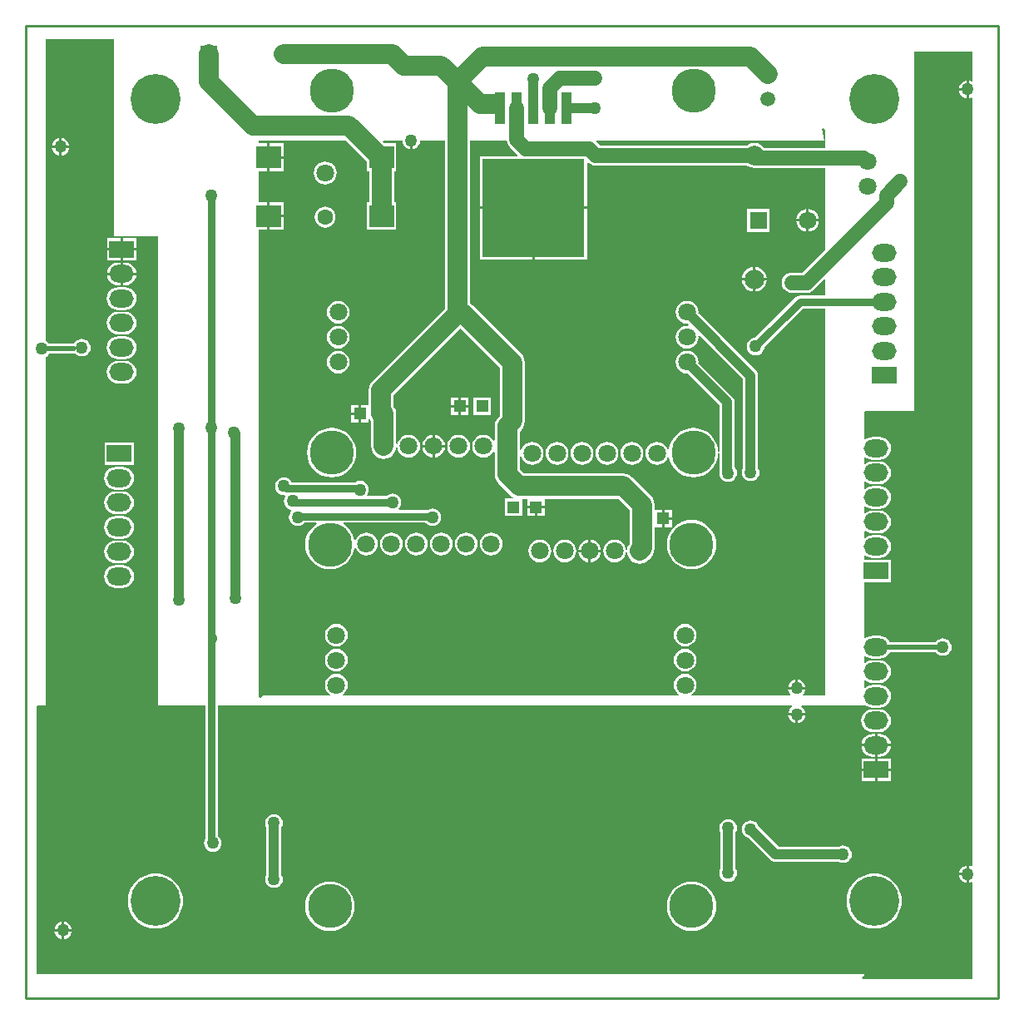
<source format=gbl>
G04*
G04 #@! TF.GenerationSoftware,Altium Limited,Altium Designer,20.0.10 (225)*
G04*
G04 Layer_Physical_Order=2*
G04 Layer_Color=16711680*
%FSLAX24Y24*%
%MOIN*%
G70*
G01*
G75*
%ADD10C,0.0100*%
%ADD19R,0.0500X0.0500*%
%ADD41C,0.0600*%
%ADD42C,0.0300*%
%ADD43C,0.0200*%
%ADD44C,0.0400*%
%ADD45R,0.0984X0.0709*%
%ADD46O,0.0984X0.0709*%
%ADD47C,0.0709*%
%ADD48C,0.0591*%
%ADD49C,0.0787*%
%ADD50R,0.0669X0.0669*%
%ADD51C,0.0669*%
%ADD52R,0.0709X0.0709*%
%ADD53C,0.1772*%
%ADD54C,0.2000*%
%ADD55C,0.0500*%
%ADD56C,0.0630*%
%ADD57R,0.0413X0.1260*%
%ADD58R,0.4114X0.3937*%
%ADD59R,0.0984X0.0906*%
%ADD60C,0.0800*%
G36*
X22850Y39400D02*
X22800Y39350D01*
X24600D01*
Y20550D01*
X26495D01*
Y15241D01*
X26497Y15230D01*
X26494Y15227D01*
X26459Y15141D01*
X26447Y15050D01*
X26459Y14959D01*
X26494Y14873D01*
X26550Y14800D01*
X26623Y14744D01*
X26709Y14709D01*
X26800Y14697D01*
X26891Y14709D01*
X26977Y14744D01*
X27050Y14800D01*
X27106Y14873D01*
X27141Y14959D01*
X27153Y15050D01*
X27141Y15141D01*
X27106Y15227D01*
X27050Y15300D01*
X27005Y15334D01*
Y20550D01*
X50002D01*
X50013Y20528D01*
X50016Y20500D01*
X49950Y20450D01*
X49894Y20377D01*
X49859Y20291D01*
X49854Y20250D01*
X50546D01*
X50541Y20291D01*
X50506Y20377D01*
X50450Y20450D01*
X50384Y20500D01*
X50387Y20528D01*
X50398Y20550D01*
X52900D01*
Y20564D01*
X52950Y20588D01*
X53017Y20537D01*
X53127Y20492D01*
X53246Y20476D01*
X53521D01*
X53640Y20492D01*
X53750Y20537D01*
X53767Y20550D01*
X53845Y20610D01*
X53918Y20705D01*
X53964Y20816D01*
X53980Y20934D01*
X53964Y21053D01*
X53918Y21163D01*
X53845Y21258D01*
X53750Y21331D01*
X53640Y21377D01*
X53521Y21393D01*
X53246D01*
X53127Y21377D01*
X53017Y21331D01*
X52950Y21280D01*
X52900Y21305D01*
Y21548D01*
X52950Y21573D01*
X53017Y21522D01*
X53127Y21476D01*
X53246Y21460D01*
X53521D01*
X53640Y21476D01*
X53750Y21522D01*
X53845Y21594D01*
X53918Y21689D01*
X53964Y21800D01*
X53980Y21918D01*
X53964Y22037D01*
X53918Y22148D01*
X53845Y22243D01*
X53750Y22315D01*
X53640Y22361D01*
X53521Y22377D01*
X53246D01*
X53127Y22361D01*
X53017Y22315D01*
X52950Y22264D01*
X52900Y22289D01*
Y22532D01*
X52950Y22557D01*
X53017Y22506D01*
X53127Y22460D01*
X53246Y22445D01*
X53521D01*
X53640Y22460D01*
X53750Y22506D01*
X53845Y22579D01*
X53918Y22674D01*
X53928Y22697D01*
X55764D01*
X55800Y22650D01*
X55873Y22594D01*
X55959Y22559D01*
X56050Y22547D01*
X56141Y22559D01*
X56227Y22594D01*
X56300Y22650D01*
X56356Y22723D01*
X56391Y22809D01*
X56403Y22900D01*
X56391Y22991D01*
X56356Y23077D01*
X56300Y23150D01*
X56227Y23206D01*
X56141Y23241D01*
X56050Y23253D01*
X55959Y23241D01*
X55873Y23206D01*
X55800Y23150D01*
X55766Y23105D01*
X53929D01*
X53918Y23132D01*
X53845Y23227D01*
X53750Y23300D01*
X53640Y23345D01*
X53521Y23361D01*
X53246D01*
X53127Y23345D01*
X53017Y23300D01*
X52950Y23249D01*
X52900Y23273D01*
Y25493D01*
X53976D01*
Y26402D01*
X52900D01*
Y26561D01*
X52950Y26586D01*
X53017Y26535D01*
X53127Y26489D01*
X53246Y26473D01*
X53521D01*
X53640Y26489D01*
X53750Y26535D01*
X53845Y26607D01*
X53918Y26702D01*
X53964Y26813D01*
X53980Y26932D01*
X53964Y27050D01*
X53918Y27161D01*
X53845Y27256D01*
X53750Y27328D01*
X53640Y27374D01*
X53521Y27390D01*
X53246D01*
X53127Y27374D01*
X53017Y27328D01*
X52950Y27277D01*
X52900Y27302D01*
Y27545D01*
X52950Y27570D01*
X53017Y27519D01*
X53127Y27473D01*
X53246Y27457D01*
X53521D01*
X53640Y27473D01*
X53750Y27519D01*
X53845Y27592D01*
X53918Y27687D01*
X53964Y27797D01*
X53980Y27916D01*
X53964Y28034D01*
X53918Y28145D01*
X53845Y28240D01*
X53750Y28313D01*
X53640Y28358D01*
X53521Y28374D01*
X53246D01*
X53127Y28358D01*
X53017Y28313D01*
X52950Y28262D01*
X52900Y28286D01*
Y28530D01*
X52950Y28554D01*
X53017Y28503D01*
X53127Y28457D01*
X53246Y28442D01*
X53521D01*
X53640Y28457D01*
X53750Y28503D01*
X53845Y28576D01*
X53918Y28671D01*
X53964Y28781D01*
X53980Y28900D01*
X53964Y29019D01*
X53918Y29129D01*
X53845Y29224D01*
X53750Y29297D01*
X53640Y29343D01*
X53521Y29358D01*
X53246D01*
X53127Y29343D01*
X53017Y29297D01*
X52950Y29246D01*
X52900Y29270D01*
Y29514D01*
X52950Y29538D01*
X53017Y29487D01*
X53127Y29442D01*
X53246Y29426D01*
X53521D01*
X53640Y29442D01*
X53750Y29487D01*
X53845Y29560D01*
X53918Y29655D01*
X53964Y29766D01*
X53980Y29884D01*
X53964Y30003D01*
X53918Y30113D01*
X53845Y30208D01*
X53750Y30281D01*
X53640Y30327D01*
X53521Y30343D01*
X53246D01*
X53127Y30327D01*
X53017Y30281D01*
X52950Y30230D01*
X52900Y30255D01*
Y30498D01*
X52950Y30523D01*
X53017Y30472D01*
X53127Y30426D01*
X53246Y30410D01*
X53521D01*
X53640Y30426D01*
X53750Y30472D01*
X53845Y30544D01*
X53918Y30639D01*
X53964Y30750D01*
X53980Y30868D01*
X53964Y30987D01*
X53918Y31098D01*
X53845Y31193D01*
X53750Y31265D01*
X53640Y31311D01*
X53521Y31327D01*
X53246D01*
X53127Y31311D01*
X53017Y31265D01*
X52950Y31214D01*
X52900Y31239D01*
Y32300D01*
X52950Y32350D01*
X54900D01*
Y46750D01*
X57235D01*
X57254Y46704D01*
X57244Y46694D01*
Y45602D01*
X57194Y45569D01*
X57141Y45591D01*
X57100Y45596D01*
Y45250D01*
Y44904D01*
X57141Y44909D01*
X57194Y44931D01*
X57244Y44898D01*
Y14152D01*
X57194Y14119D01*
X57141Y14141D01*
X57100Y14146D01*
Y13800D01*
Y13454D01*
X57141Y13459D01*
X57194Y13481D01*
X57244Y13448D01*
Y9609D01*
X52824D01*
X52805Y9655D01*
X52900Y9750D01*
Y9800D01*
X19750D01*
Y20535D01*
X19796Y20554D01*
X19800Y20550D01*
X20100D01*
Y34533D01*
X20127Y34544D01*
X20200Y34600D01*
X20254Y34671D01*
X21250D01*
X21280Y34677D01*
X21300Y34650D01*
X21373Y34594D01*
X21459Y34559D01*
X21550Y34547D01*
X21641Y34559D01*
X21727Y34594D01*
X21800Y34650D01*
X21856Y34723D01*
X21891Y34809D01*
X21903Y34900D01*
X21891Y34991D01*
X21856Y35077D01*
X21800Y35150D01*
X21727Y35206D01*
X21641Y35241D01*
X21550Y35253D01*
X21459Y35241D01*
X21373Y35206D01*
X21300Y35150D01*
X21246Y35079D01*
X20216D01*
X20200Y35100D01*
X20127Y35156D01*
X20100Y35167D01*
Y47250D01*
X22850D01*
Y39400D01*
D02*
G37*
G36*
X51350Y43600D02*
Y42903D01*
X48889D01*
X48852Y42952D01*
X48749Y43031D01*
X48629Y43081D01*
X48500Y43098D01*
X48371Y43081D01*
X48251Y43031D01*
X48215Y43003D01*
X42308D01*
X42162Y43150D01*
X42164Y43172D01*
X42174Y43200D01*
X51300D01*
X51215Y43668D01*
X51259Y43691D01*
X51350Y43600D01*
D02*
G37*
G36*
X38591Y43116D02*
X38631Y43018D01*
X38695Y42935D01*
X39012Y42618D01*
X38991Y42568D01*
X37493D01*
Y40550D01*
X39650D01*
X41807D01*
Y42298D01*
X41839Y42311D01*
X41857Y42314D01*
X41940Y42251D01*
X42037Y42210D01*
X42141Y42197D01*
X42141Y42197D01*
X48215D01*
X48251Y42169D01*
X48371Y42119D01*
X48500Y42102D01*
X48554Y42109D01*
X48651Y42097D01*
X51350D01*
Y38821D01*
X50433Y37903D01*
X50000D01*
X49896Y37890D01*
X49798Y37849D01*
X49715Y37785D01*
X49651Y37702D01*
X49610Y37604D01*
X49597Y37500D01*
X49610Y37396D01*
X49651Y37298D01*
X49715Y37215D01*
X49798Y37151D01*
X49896Y37110D01*
X50000Y37097D01*
X50600D01*
X50600Y37097D01*
X50704Y37110D01*
X50802Y37151D01*
X50885Y37215D01*
X51304Y37633D01*
X51350Y37614D01*
Y36989D01*
X50334D01*
X50237Y36970D01*
X50154Y36914D01*
X48541Y35302D01*
X48459Y35291D01*
X48373Y35256D01*
X48300Y35200D01*
X48244Y35127D01*
X48209Y35041D01*
X48197Y34950D01*
X48209Y34859D01*
X48244Y34773D01*
X48300Y34700D01*
X48373Y34644D01*
X48459Y34609D01*
X48550Y34597D01*
X48641Y34609D01*
X48727Y34644D01*
X48800Y34700D01*
X48856Y34773D01*
X48891Y34859D01*
X48902Y34941D01*
X50440Y36479D01*
X51350D01*
Y20950D01*
X50462D01*
X50446Y20997D01*
X50450Y21000D01*
X50506Y21073D01*
X50541Y21159D01*
X50546Y21200D01*
X49854D01*
X49859Y21159D01*
X49894Y21073D01*
X49950Y21000D01*
X49954Y20997D01*
X49938Y20950D01*
X45995D01*
X45978Y21000D01*
X46051Y21056D01*
X46124Y21151D01*
X46169Y21261D01*
X46185Y21380D01*
X46169Y21499D01*
X46124Y21609D01*
X46051Y21704D01*
X45956Y21777D01*
X45845Y21823D01*
X45727Y21838D01*
X45608Y21823D01*
X45498Y21777D01*
X45403Y21704D01*
X45330Y21609D01*
X45284Y21499D01*
X45269Y21380D01*
X45284Y21261D01*
X45330Y21151D01*
X45403Y21056D01*
X45476Y21000D01*
X45459Y20950D01*
X32019D01*
X32002Y21000D01*
X32074Y21056D01*
X32147Y21151D01*
X32193Y21261D01*
X32209Y21380D01*
X32193Y21499D01*
X32147Y21609D01*
X32074Y21704D01*
X31980Y21777D01*
X31869Y21823D01*
X31750Y21838D01*
X31632Y21823D01*
X31521Y21777D01*
X31426Y21704D01*
X31354Y21609D01*
X31308Y21499D01*
X31292Y21380D01*
X31308Y21261D01*
X31354Y21151D01*
X31426Y21056D01*
X31499Y21000D01*
X31482Y20950D01*
X28800D01*
X28700Y20850D01*
X28650Y20900D01*
Y39615D01*
X28986D01*
Y40168D01*
Y40720D01*
X28650D01*
Y41977D01*
X28986D01*
Y42530D01*
Y43083D01*
X28650D01*
Y43200D01*
X32141D01*
X32972Y42369D01*
Y41977D01*
X33059D01*
Y40720D01*
X32972D01*
Y39615D01*
X34156D01*
Y40720D01*
X34068D01*
Y41977D01*
X34156D01*
Y43083D01*
X33685D01*
X33614Y43154D01*
X33633Y43200D01*
X34397D01*
X34409Y43109D01*
X34444Y43023D01*
X34500Y42950D01*
X34573Y42894D01*
X34659Y42859D01*
X34700Y42854D01*
Y43200D01*
X34800D01*
Y42854D01*
X34841Y42859D01*
X34927Y42894D01*
X35000Y42950D01*
X35056Y43023D01*
X35091Y43109D01*
X35103Y43200D01*
X36096D01*
Y36459D01*
X33193Y33557D01*
X33113Y33452D01*
X33063Y33331D01*
X33046Y33200D01*
Y32600D01*
X32750D01*
Y32250D01*
Y31900D01*
X33050D01*
Y32020D01*
X33100Y32030D01*
X33113Y31998D01*
X33146Y31956D01*
Y30950D01*
X33163Y30819D01*
X33213Y30698D01*
X33293Y30593D01*
X33398Y30513D01*
X33519Y30463D01*
X33650Y30446D01*
X33781Y30463D01*
X33902Y30513D01*
X34007Y30593D01*
X34087Y30698D01*
X34137Y30819D01*
X34148Y30901D01*
X34198D01*
X34207Y30831D01*
X34253Y30721D01*
X34326Y30626D01*
X34421Y30553D01*
X34531Y30507D01*
X34650Y30492D01*
X34769Y30507D01*
X34879Y30553D01*
X34974Y30626D01*
X35047Y30721D01*
X35093Y30831D01*
X35108Y30950D01*
X35093Y31069D01*
X35047Y31179D01*
X34974Y31274D01*
X34879Y31347D01*
X34769Y31393D01*
X34650Y31408D01*
X34531Y31393D01*
X34421Y31347D01*
X34326Y31274D01*
X34253Y31179D01*
X34207Y31069D01*
X34204Y31045D01*
X34154Y31049D01*
Y32250D01*
X34137Y32381D01*
X34087Y32502D01*
X34054Y32544D01*
Y32991D01*
X36725Y35662D01*
X38296Y34091D01*
Y32159D01*
X38243Y32107D01*
X38163Y32002D01*
X38113Y31881D01*
X38096Y31750D01*
Y31192D01*
X38051Y31180D01*
X38046Y31181D01*
X37974Y31274D01*
X37879Y31347D01*
X37769Y31393D01*
X37650Y31408D01*
X37531Y31393D01*
X37421Y31347D01*
X37326Y31274D01*
X37253Y31179D01*
X37207Y31069D01*
X37192Y30950D01*
X37207Y30831D01*
X37253Y30721D01*
X37326Y30626D01*
X37421Y30553D01*
X37531Y30507D01*
X37650Y30492D01*
X37769Y30507D01*
X37879Y30553D01*
X37974Y30626D01*
X38046Y30719D01*
X38051Y30720D01*
X38096Y30708D01*
Y29819D01*
X38113Y29688D01*
X38163Y29566D01*
X38243Y29462D01*
X38712Y28993D01*
X38816Y28913D01*
X38843Y28902D01*
X38836Y28851D01*
X38827Y28850D01*
X38500D01*
Y28523D01*
X38497Y28500D01*
X38500Y28477D01*
Y28150D01*
X38827D01*
X38850Y28147D01*
X38873Y28150D01*
X39200D01*
Y28477D01*
X39203Y28500D01*
X39200Y28523D01*
Y28846D01*
X39400D01*
Y28550D01*
X39750D01*
X40100D01*
Y28846D01*
X43041D01*
X43496Y28391D01*
Y28050D01*
Y27044D01*
X43463Y27002D01*
X43413Y26881D01*
X43402Y26799D01*
X43352D01*
X43343Y26869D01*
X43297Y26979D01*
X43224Y27074D01*
X43129Y27147D01*
X43019Y27193D01*
X42900Y27208D01*
X42781Y27193D01*
X42671Y27147D01*
X42576Y27074D01*
X42503Y26979D01*
X42457Y26869D01*
X42442Y26750D01*
X42457Y26631D01*
X42503Y26521D01*
X42576Y26426D01*
X42671Y26353D01*
X42781Y26307D01*
X42900Y26292D01*
X43019Y26307D01*
X43129Y26353D01*
X43224Y26426D01*
X43297Y26521D01*
X43343Y26631D01*
X43352Y26701D01*
X43402D01*
X43413Y26619D01*
X43463Y26498D01*
X43543Y26393D01*
X43648Y26313D01*
X43769Y26263D01*
X43900Y26246D01*
X44031Y26263D01*
X44152Y26313D01*
X44257Y26393D01*
X44357Y26493D01*
X44437Y26598D01*
X44487Y26719D01*
X44504Y26850D01*
Y27700D01*
X44800D01*
Y28050D01*
Y28400D01*
X44504D01*
Y28600D01*
X44487Y28731D01*
X44437Y28852D01*
X44357Y28957D01*
X43607Y29707D01*
X43502Y29787D01*
X43381Y29837D01*
X43250Y29854D01*
X39278D01*
X39104Y30028D01*
Y30539D01*
X39152Y30548D01*
X39198Y30437D01*
X39271Y30343D01*
X39366Y30270D01*
X39476Y30224D01*
X39595Y30208D01*
X39713Y30224D01*
X39824Y30270D01*
X39919Y30343D01*
X39992Y30437D01*
X40038Y30548D01*
X40053Y30667D01*
X40038Y30785D01*
X39992Y30896D01*
X39919Y30991D01*
X39824Y31063D01*
X39713Y31109D01*
X39595Y31125D01*
X39476Y31109D01*
X39366Y31063D01*
X39271Y30991D01*
X39198Y30896D01*
X39152Y30785D01*
X39104Y30795D01*
Y31541D01*
X39157Y31593D01*
X39237Y31698D01*
X39287Y31819D01*
X39304Y31950D01*
Y34300D01*
X39287Y34431D01*
X39237Y34552D01*
X39157Y34657D01*
X37207Y36607D01*
X37104Y36685D01*
Y43200D01*
X38580D01*
X38591Y43116D01*
D02*
G37*
%LPC*%
G36*
X57000Y45596D02*
X56959Y45591D01*
X56873Y45556D01*
X56800Y45500D01*
X56744Y45427D01*
X56709Y45341D01*
X56704Y45300D01*
X57000D01*
Y45596D01*
D02*
G37*
G36*
Y45200D02*
X56704D01*
X56709Y45159D01*
X56744Y45073D01*
X56800Y45000D01*
X56873Y44944D01*
X56959Y44909D01*
X57000Y44904D01*
Y45200D01*
D02*
G37*
G36*
X20750Y43296D02*
Y43000D01*
X21046D01*
X21041Y43041D01*
X21006Y43127D01*
X20950Y43200D01*
X20877Y43256D01*
X20791Y43291D01*
X20750Y43296D01*
D02*
G37*
G36*
X20650D02*
X20609Y43291D01*
X20523Y43256D01*
X20450Y43200D01*
X20394Y43127D01*
X20359Y43041D01*
X20354Y43000D01*
X20650D01*
Y43296D01*
D02*
G37*
G36*
X21046Y42900D02*
X20750D01*
Y42604D01*
X20791Y42609D01*
X20877Y42644D01*
X20950Y42700D01*
X21006Y42773D01*
X21041Y42859D01*
X21046Y42900D01*
D02*
G37*
G36*
X20650D02*
X20354D01*
X20359Y42859D01*
X20394Y42773D01*
X20450Y42700D01*
X20523Y42644D01*
X20609Y42609D01*
X20650Y42604D01*
Y42900D01*
D02*
G37*
G36*
X23742Y39291D02*
X23200D01*
Y38887D01*
X23742D01*
Y39291D01*
D02*
G37*
G36*
X23100D02*
X22558D01*
Y38887D01*
X23100D01*
Y39291D01*
D02*
G37*
G36*
X23742Y38787D02*
X23200D01*
Y38383D01*
X23742D01*
Y38787D01*
D02*
G37*
G36*
X23100D02*
X22558D01*
Y38383D01*
X23100D01*
Y38787D01*
D02*
G37*
G36*
X23288Y38311D02*
X23200D01*
Y37903D01*
X23739D01*
X23730Y37971D01*
X23685Y38082D01*
X23612Y38177D01*
X23517Y38250D01*
X23406Y38295D01*
X23288Y38311D01*
D02*
G37*
G36*
X23100D02*
X23012D01*
X22894Y38295D01*
X22783Y38250D01*
X22688Y38177D01*
X22615Y38082D01*
X22570Y37971D01*
X22561Y37903D01*
X23100D01*
Y38311D01*
D02*
G37*
G36*
X23739Y37803D02*
X23200D01*
Y37395D01*
X23288D01*
X23406Y37410D01*
X23517Y37456D01*
X23612Y37529D01*
X23685Y37624D01*
X23730Y37734D01*
X23739Y37803D01*
D02*
G37*
G36*
X23100D02*
X22561D01*
X22570Y37734D01*
X22615Y37624D01*
X22688Y37529D01*
X22783Y37456D01*
X22894Y37410D01*
X23012Y37395D01*
X23100D01*
Y37803D01*
D02*
G37*
G36*
X23288Y37327D02*
X23012D01*
X22894Y37311D01*
X22783Y37265D01*
X22688Y37193D01*
X22615Y37098D01*
X22570Y36987D01*
X22554Y36869D01*
X22570Y36750D01*
X22615Y36639D01*
X22688Y36544D01*
X22783Y36472D01*
X22894Y36426D01*
X23012Y36410D01*
X23288D01*
X23406Y36426D01*
X23517Y36472D01*
X23612Y36544D01*
X23685Y36639D01*
X23730Y36750D01*
X23746Y36869D01*
X23730Y36987D01*
X23685Y37098D01*
X23612Y37193D01*
X23517Y37265D01*
X23406Y37311D01*
X23288Y37327D01*
D02*
G37*
G36*
Y36342D02*
X23012D01*
X22894Y36327D01*
X22783Y36281D01*
X22688Y36208D01*
X22615Y36113D01*
X22570Y36003D01*
X22554Y35884D01*
X22570Y35766D01*
X22615Y35655D01*
X22688Y35560D01*
X22783Y35487D01*
X22894Y35442D01*
X23012Y35426D01*
X23288D01*
X23406Y35442D01*
X23517Y35487D01*
X23612Y35560D01*
X23685Y35655D01*
X23730Y35766D01*
X23746Y35884D01*
X23730Y36003D01*
X23685Y36113D01*
X23612Y36208D01*
X23517Y36281D01*
X23406Y36327D01*
X23288Y36342D01*
D02*
G37*
G36*
Y35358D02*
X23012D01*
X22894Y35343D01*
X22783Y35297D01*
X22688Y35224D01*
X22615Y35129D01*
X22570Y35019D01*
X22554Y34900D01*
X22570Y34781D01*
X22615Y34671D01*
X22688Y34576D01*
X22783Y34503D01*
X22894Y34457D01*
X23012Y34442D01*
X23288D01*
X23406Y34457D01*
X23517Y34503D01*
X23612Y34576D01*
X23685Y34671D01*
X23730Y34781D01*
X23746Y34900D01*
X23730Y35019D01*
X23685Y35129D01*
X23612Y35224D01*
X23517Y35297D01*
X23406Y35343D01*
X23288Y35358D01*
D02*
G37*
G36*
Y34374D02*
X23012D01*
X22894Y34358D01*
X22783Y34313D01*
X22688Y34240D01*
X22615Y34145D01*
X22570Y34034D01*
X22554Y33916D01*
X22570Y33797D01*
X22615Y33687D01*
X22688Y33592D01*
X22783Y33519D01*
X22894Y33473D01*
X23012Y33458D01*
X23288D01*
X23406Y33473D01*
X23517Y33519D01*
X23612Y33592D01*
X23685Y33687D01*
X23730Y33797D01*
X23746Y33916D01*
X23730Y34034D01*
X23685Y34145D01*
X23612Y34240D01*
X23517Y34313D01*
X23406Y34358D01*
X23288Y34374D01*
D02*
G37*
G36*
X23642Y31107D02*
X22458D01*
Y30198D01*
X23642D01*
Y31107D01*
D02*
G37*
G36*
X23188Y30127D02*
X22912D01*
X22794Y30111D01*
X22683Y30065D01*
X22588Y29993D01*
X22515Y29898D01*
X22470Y29787D01*
X22454Y29669D01*
X22470Y29550D01*
X22515Y29439D01*
X22588Y29344D01*
X22683Y29272D01*
X22794Y29226D01*
X22912Y29210D01*
X23188D01*
X23306Y29226D01*
X23417Y29272D01*
X23512Y29344D01*
X23585Y29439D01*
X23630Y29550D01*
X23646Y29669D01*
X23630Y29787D01*
X23585Y29898D01*
X23512Y29993D01*
X23417Y30065D01*
X23306Y30111D01*
X23188Y30127D01*
D02*
G37*
G36*
Y29142D02*
X22912D01*
X22794Y29127D01*
X22683Y29081D01*
X22588Y29008D01*
X22515Y28913D01*
X22470Y28803D01*
X22454Y28684D01*
X22470Y28566D01*
X22515Y28455D01*
X22588Y28360D01*
X22683Y28287D01*
X22794Y28242D01*
X22912Y28226D01*
X23188D01*
X23306Y28242D01*
X23417Y28287D01*
X23512Y28360D01*
X23585Y28455D01*
X23630Y28566D01*
X23646Y28684D01*
X23630Y28803D01*
X23585Y28913D01*
X23512Y29008D01*
X23417Y29081D01*
X23306Y29127D01*
X23188Y29142D01*
D02*
G37*
G36*
Y28158D02*
X22912D01*
X22794Y28143D01*
X22683Y28097D01*
X22588Y28024D01*
X22515Y27929D01*
X22470Y27819D01*
X22454Y27700D01*
X22470Y27581D01*
X22515Y27471D01*
X22588Y27376D01*
X22683Y27303D01*
X22794Y27257D01*
X22912Y27242D01*
X23188D01*
X23306Y27257D01*
X23417Y27303D01*
X23512Y27376D01*
X23585Y27471D01*
X23630Y27581D01*
X23646Y27700D01*
X23630Y27819D01*
X23585Y27929D01*
X23512Y28024D01*
X23417Y28097D01*
X23306Y28143D01*
X23188Y28158D01*
D02*
G37*
G36*
Y27174D02*
X22912D01*
X22794Y27158D01*
X22683Y27113D01*
X22588Y27040D01*
X22515Y26945D01*
X22470Y26834D01*
X22454Y26716D01*
X22470Y26597D01*
X22515Y26487D01*
X22588Y26392D01*
X22683Y26319D01*
X22794Y26273D01*
X22912Y26258D01*
X23188D01*
X23306Y26273D01*
X23417Y26319D01*
X23512Y26392D01*
X23585Y26487D01*
X23630Y26597D01*
X23646Y26716D01*
X23630Y26834D01*
X23585Y26945D01*
X23512Y27040D01*
X23417Y27113D01*
X23306Y27158D01*
X23188Y27174D01*
D02*
G37*
G36*
Y26190D02*
X22912D01*
X22794Y26174D01*
X22683Y26128D01*
X22588Y26056D01*
X22515Y25961D01*
X22470Y25850D01*
X22454Y25731D01*
X22470Y25613D01*
X22515Y25502D01*
X22588Y25407D01*
X22683Y25335D01*
X22794Y25289D01*
X22912Y25273D01*
X23188D01*
X23306Y25289D01*
X23417Y25335D01*
X23512Y25407D01*
X23585Y25502D01*
X23630Y25613D01*
X23646Y25731D01*
X23630Y25850D01*
X23585Y25961D01*
X23512Y26056D01*
X23417Y26128D01*
X23306Y26174D01*
X23188Y26190D01*
D02*
G37*
G36*
X50546Y20150D02*
X50250D01*
Y19854D01*
X50291Y19859D01*
X50377Y19894D01*
X50450Y19950D01*
X50506Y20023D01*
X50541Y20109D01*
X50546Y20150D01*
D02*
G37*
G36*
X50150D02*
X49854D01*
X49859Y20109D01*
X49894Y20023D01*
X49950Y19950D01*
X50023Y19894D01*
X50109Y19859D01*
X50150Y19854D01*
Y20150D01*
D02*
G37*
G36*
X53521Y20408D02*
X53246D01*
X53127Y20393D01*
X53017Y20347D01*
X52950Y20296D01*
X52922Y20274D01*
X52849Y20179D01*
X52803Y20069D01*
X52787Y19950D01*
X52803Y19831D01*
X52849Y19721D01*
X52922Y19626D01*
X52950Y19604D01*
X53017Y19553D01*
X53127Y19507D01*
X53246Y19492D01*
X53521D01*
X53640Y19507D01*
X53750Y19553D01*
X53845Y19626D01*
X53918Y19721D01*
X53964Y19831D01*
X53980Y19950D01*
X53964Y20069D01*
X53918Y20179D01*
X53845Y20274D01*
X53750Y20347D01*
X53640Y20393D01*
X53521Y20408D01*
D02*
G37*
G36*
Y19424D02*
X53433D01*
Y19016D01*
X53973D01*
X53964Y19084D01*
X53918Y19195D01*
X53845Y19290D01*
X53750Y19363D01*
X53640Y19408D01*
X53521Y19424D01*
D02*
G37*
G36*
X53333D02*
X53246D01*
X53127Y19408D01*
X53017Y19363D01*
X52950Y19312D01*
X52922Y19290D01*
X52849Y19195D01*
X52803Y19084D01*
X52794Y19016D01*
X53333D01*
Y19084D01*
Y19424D01*
D02*
G37*
G36*
X53973Y18916D02*
X53433D01*
Y18507D01*
X53521D01*
X53640Y18523D01*
X53750Y18569D01*
X53845Y18642D01*
X53918Y18737D01*
X53964Y18847D01*
X53973Y18916D01*
D02*
G37*
G36*
X53333D02*
X52794D01*
X52803Y18847D01*
X52849Y18737D01*
X52922Y18642D01*
X52950Y18620D01*
X53017Y18569D01*
X53127Y18523D01*
X53246Y18507D01*
X53333D01*
Y18916D01*
D02*
G37*
G36*
X53976Y18436D02*
X53433D01*
Y18032D01*
X53976D01*
Y18436D01*
D02*
G37*
G36*
X53333D02*
X52791D01*
Y18032D01*
X53333D01*
Y18436D01*
D02*
G37*
G36*
X53976Y17931D02*
X53433D01*
Y17527D01*
X53976D01*
Y17931D01*
D02*
G37*
G36*
X53333D02*
X52791D01*
Y17527D01*
X53333D01*
Y17931D01*
D02*
G37*
G36*
X48350Y15953D02*
X48259Y15941D01*
X48173Y15906D01*
X48100Y15850D01*
X48044Y15777D01*
X48009Y15691D01*
X47997Y15600D01*
X48009Y15509D01*
X48044Y15423D01*
X48100Y15350D01*
X48173Y15294D01*
X48259Y15259D01*
X48264Y15258D01*
X49136Y14386D01*
X49136Y14386D01*
X49199Y14338D01*
X49272Y14308D01*
X49350Y14297D01*
X49350Y14297D01*
X51869D01*
X51873Y14294D01*
X51959Y14259D01*
X52050Y14247D01*
X52141Y14259D01*
X52227Y14294D01*
X52300Y14350D01*
X52356Y14423D01*
X52391Y14509D01*
X52403Y14600D01*
X52391Y14691D01*
X52356Y14777D01*
X52300Y14850D01*
X52227Y14906D01*
X52141Y14941D01*
X52050Y14953D01*
X51959Y14941D01*
X51873Y14906D01*
X51869Y14903D01*
X49475D01*
X48692Y15686D01*
X48691Y15691D01*
X48656Y15777D01*
X48600Y15850D01*
X48527Y15906D01*
X48441Y15941D01*
X48350Y15953D01*
D02*
G37*
G36*
X57000Y14146D02*
X56959Y14141D01*
X56873Y14106D01*
X56800Y14050D01*
X56744Y13977D01*
X56709Y13891D01*
X56704Y13850D01*
X57000D01*
Y14146D01*
D02*
G37*
G36*
X47450Y16003D02*
X47359Y15991D01*
X47273Y15956D01*
X47200Y15900D01*
X47144Y15827D01*
X47109Y15741D01*
X47097Y15650D01*
X47109Y15559D01*
X47144Y15473D01*
X47147Y15469D01*
Y14031D01*
X47144Y14027D01*
X47109Y13941D01*
X47097Y13850D01*
X47109Y13759D01*
X47144Y13673D01*
X47200Y13600D01*
X47273Y13544D01*
X47359Y13509D01*
X47450Y13497D01*
X47541Y13509D01*
X47627Y13544D01*
X47700Y13600D01*
X47756Y13673D01*
X47791Y13759D01*
X47803Y13850D01*
X47791Y13941D01*
X47756Y14027D01*
X47753Y14031D01*
Y15469D01*
X47756Y15473D01*
X47791Y15559D01*
X47803Y15650D01*
X47791Y15741D01*
X47756Y15827D01*
X47700Y15900D01*
X47627Y15956D01*
X47541Y15991D01*
X47450Y16003D01*
D02*
G37*
G36*
X57000Y13750D02*
X56704D01*
X56709Y13709D01*
X56744Y13623D01*
X56800Y13550D01*
X56873Y13494D01*
X56959Y13459D01*
X57000Y13454D01*
Y13750D01*
D02*
G37*
G36*
X29250Y16203D02*
X29159Y16191D01*
X29073Y16156D01*
X29000Y16100D01*
X28944Y16027D01*
X28909Y15941D01*
X28897Y15850D01*
X28909Y15759D01*
X28944Y15673D01*
X28947Y15669D01*
Y13781D01*
X28944Y13777D01*
X28909Y13691D01*
X28897Y13600D01*
X28909Y13509D01*
X28944Y13423D01*
X29000Y13350D01*
X29073Y13294D01*
X29159Y13259D01*
X29250Y13247D01*
X29341Y13259D01*
X29427Y13294D01*
X29500Y13350D01*
X29556Y13423D01*
X29591Y13509D01*
X29603Y13600D01*
X29591Y13691D01*
X29556Y13777D01*
X29553Y13781D01*
Y15669D01*
X29556Y15673D01*
X29591Y15759D01*
X29603Y15850D01*
X29591Y15941D01*
X29556Y16027D01*
X29500Y16100D01*
X29427Y16156D01*
X29341Y16191D01*
X29250Y16203D01*
D02*
G37*
G36*
X53300Y13828D02*
X53127Y13815D01*
X52959Y13774D01*
X52799Y13708D01*
X52651Y13618D01*
X52520Y13505D01*
X52407Y13374D01*
X52317Y13226D01*
X52251Y13066D01*
X52210Y12898D01*
X52197Y12725D01*
X52210Y12552D01*
X52251Y12384D01*
X52317Y12224D01*
X52407Y12076D01*
X52520Y11945D01*
X52651Y11832D01*
X52799Y11742D01*
X52942Y11683D01*
X52959Y11676D01*
X53127Y11635D01*
X53300Y11622D01*
X53473Y11635D01*
X53641Y11676D01*
X53801Y11742D01*
X53949Y11832D01*
X54080Y11945D01*
X54193Y12076D01*
X54283Y12224D01*
X54349Y12384D01*
X54390Y12552D01*
X54403Y12725D01*
X54390Y12898D01*
X54349Y13066D01*
X54283Y13226D01*
X54193Y13374D01*
X54080Y13505D01*
X53949Y13618D01*
X53801Y13708D01*
X53641Y13774D01*
X53473Y13815D01*
X53300Y13828D01*
D02*
G37*
G36*
X24500D02*
X24327Y13815D01*
X24159Y13774D01*
X23999Y13708D01*
X23851Y13618D01*
X23720Y13505D01*
X23607Y13374D01*
X23517Y13226D01*
X23451Y13066D01*
X23410Y12898D01*
X23397Y12725D01*
X23410Y12552D01*
X23451Y12384D01*
X23517Y12224D01*
X23607Y12076D01*
X23720Y11945D01*
X23851Y11832D01*
X23999Y11742D01*
X24159Y11676D01*
X24327Y11635D01*
X24500Y11622D01*
X24673Y11635D01*
X24841Y11676D01*
X25001Y11742D01*
X25149Y11832D01*
X25280Y11945D01*
X25393Y12076D01*
X25483Y12224D01*
X25549Y12384D01*
X25590Y12552D01*
X25603Y12725D01*
X25590Y12898D01*
X25549Y13066D01*
X25483Y13226D01*
X25393Y13374D01*
X25280Y13505D01*
X25149Y13618D01*
X25001Y13708D01*
X24841Y13774D01*
X24673Y13815D01*
X24500Y13828D01*
D02*
G37*
G36*
X20850Y11896D02*
Y11600D01*
X21146D01*
X21141Y11641D01*
X21106Y11727D01*
X21050Y11800D01*
X20977Y11856D01*
X20891Y11891D01*
X20850Y11896D01*
D02*
G37*
G36*
X20750D02*
X20709Y11891D01*
X20623Y11856D01*
X20550Y11800D01*
X20494Y11727D01*
X20459Y11641D01*
X20454Y11600D01*
X20750D01*
Y11896D01*
D02*
G37*
G36*
X45987Y13504D02*
X45793Y13485D01*
X45608Y13429D01*
X45436Y13337D01*
X45286Y13214D01*
X45163Y13064D01*
X45071Y12893D01*
X45015Y12707D01*
X44996Y12514D01*
X45015Y12321D01*
X45071Y12135D01*
X45163Y11963D01*
X45286Y11813D01*
X45436Y11690D01*
X45608Y11599D01*
X45793Y11542D01*
X45987Y11523D01*
X46180Y11542D01*
X46366Y11599D01*
X46537Y11690D01*
X46687Y11813D01*
X46810Y11963D01*
X46902Y12135D01*
X46958Y12321D01*
X46977Y12514D01*
X46958Y12707D01*
X46902Y12893D01*
X46810Y13064D01*
X46687Y13214D01*
X46537Y13337D01*
X46366Y13429D01*
X46180Y13485D01*
X45987Y13504D01*
D02*
G37*
G36*
X31491D02*
X31297Y13485D01*
X31111Y13429D01*
X30940Y13337D01*
X30790Y13214D01*
X30667Y13064D01*
X30575Y12893D01*
X30519Y12707D01*
X30500Y12514D01*
X30519Y12321D01*
X30575Y12135D01*
X30667Y11963D01*
X30790Y11813D01*
X30940Y11690D01*
X31111Y11599D01*
X31297Y11542D01*
X31491Y11523D01*
X31684Y11542D01*
X31870Y11599D01*
X32041Y11690D01*
X32191Y11813D01*
X32314Y11963D01*
X32406Y12135D01*
X32462Y12321D01*
X32481Y12514D01*
X32462Y12707D01*
X32406Y12893D01*
X32314Y13064D01*
X32191Y13214D01*
X32041Y13337D01*
X31870Y13429D01*
X31684Y13485D01*
X31491Y13504D01*
D02*
G37*
G36*
X21146Y11500D02*
X20850D01*
Y11204D01*
X20891Y11209D01*
X20977Y11244D01*
X21050Y11300D01*
X21106Y11373D01*
X21141Y11459D01*
X21146Y11500D01*
D02*
G37*
G36*
X20750D02*
X20454D01*
X20459Y11459D01*
X20494Y11373D01*
X20550Y11300D01*
X20623Y11244D01*
X20709Y11209D01*
X20750Y11204D01*
Y11500D01*
D02*
G37*
G36*
X29628Y43083D02*
X29086D01*
Y42580D01*
X29628D01*
Y43083D01*
D02*
G37*
G36*
Y42480D02*
X29086D01*
Y41977D01*
X29628D01*
Y42480D01*
D02*
G37*
G36*
X31300Y42358D02*
X31181Y42343D01*
X31071Y42297D01*
X30976Y42224D01*
X30903Y42129D01*
X30857Y42019D01*
X30842Y41900D01*
X30857Y41781D01*
X30903Y41671D01*
X30976Y41576D01*
X31071Y41503D01*
X31181Y41457D01*
X31300Y41442D01*
X31419Y41457D01*
X31529Y41503D01*
X31624Y41576D01*
X31697Y41671D01*
X31743Y41781D01*
X31758Y41900D01*
X31743Y42019D01*
X31697Y42129D01*
X31624Y42224D01*
X31529Y42297D01*
X31419Y42343D01*
X31300Y42358D01*
D02*
G37*
G36*
X29628Y40720D02*
X29086D01*
Y40218D01*
X29628D01*
Y40720D01*
D02*
G37*
G36*
X50684Y40452D02*
Y40050D01*
X51086D01*
X51077Y40119D01*
X51031Y40229D01*
X50958Y40324D01*
X50863Y40397D01*
X50753Y40443D01*
X50684Y40452D01*
D02*
G37*
G36*
X50584D02*
X50516Y40443D01*
X50405Y40397D01*
X50310Y40324D01*
X50237Y40229D01*
X50192Y40119D01*
X50183Y40050D01*
X50584D01*
Y40452D01*
D02*
G37*
G36*
X31300Y40547D02*
X31192Y40533D01*
X31091Y40491D01*
X31004Y40424D01*
X30938Y40338D01*
X30896Y40237D01*
X30881Y40128D01*
X30896Y40020D01*
X30938Y39919D01*
X31004Y39832D01*
X31091Y39766D01*
X31192Y39724D01*
X31300Y39710D01*
X31408Y39724D01*
X31509Y39766D01*
X31596Y39832D01*
X31662Y39919D01*
X31704Y40020D01*
X31719Y40128D01*
X31704Y40237D01*
X31662Y40338D01*
X31596Y40424D01*
X31509Y40491D01*
X31408Y40533D01*
X31300Y40547D01*
D02*
G37*
G36*
X29628Y40118D02*
X29086D01*
Y39615D01*
X29628D01*
Y40118D01*
D02*
G37*
G36*
X51086Y39950D02*
X50684D01*
Y39548D01*
X50753Y39557D01*
X50863Y39603D01*
X50958Y39676D01*
X51031Y39771D01*
X51077Y39881D01*
X51086Y39950D01*
D02*
G37*
G36*
X50584D02*
X50183D01*
X50192Y39881D01*
X50237Y39771D01*
X50310Y39676D01*
X50405Y39603D01*
X50516Y39557D01*
X50584Y39548D01*
Y39950D01*
D02*
G37*
G36*
X49120Y40454D02*
X48211D01*
Y39546D01*
X49120D01*
Y40454D01*
D02*
G37*
G36*
X41807Y40450D02*
X39700D01*
Y38431D01*
X41807D01*
Y40450D01*
D02*
G37*
G36*
X39600D02*
X37493D01*
Y38431D01*
X39600D01*
Y40450D01*
D02*
G37*
G36*
X48550Y38131D02*
Y37689D01*
X48991D01*
X48981Y37768D01*
X48931Y37888D01*
X48852Y37991D01*
X48749Y38071D01*
X48629Y38120D01*
X48550Y38131D01*
D02*
G37*
G36*
X48450D02*
X48371Y38120D01*
X48251Y38071D01*
X48148Y37991D01*
X48069Y37888D01*
X48019Y37768D01*
X48009Y37689D01*
X48450D01*
Y38131D01*
D02*
G37*
G36*
X48991Y37589D02*
X48550D01*
Y37148D01*
X48629Y37158D01*
X48749Y37208D01*
X48852Y37287D01*
X48931Y37390D01*
X48981Y37510D01*
X48991Y37589D01*
D02*
G37*
G36*
X48450D02*
X48009D01*
X48019Y37510D01*
X48069Y37390D01*
X48148Y37287D01*
X48251Y37208D01*
X48371Y37158D01*
X48450Y37148D01*
Y37589D01*
D02*
G37*
G36*
X31823Y36778D02*
X31705Y36763D01*
X31594Y36717D01*
X31499Y36644D01*
X31426Y36549D01*
X31381Y36439D01*
X31365Y36320D01*
X31381Y36201D01*
X31426Y36091D01*
X31499Y35996D01*
X31594Y35923D01*
X31705Y35877D01*
X31823Y35862D01*
X31942Y35877D01*
X32052Y35923D01*
X32147Y35996D01*
X32220Y36091D01*
X32266Y36201D01*
X32281Y36320D01*
X32266Y36439D01*
X32220Y36549D01*
X32147Y36644D01*
X32052Y36717D01*
X31942Y36763D01*
X31823Y36778D01*
D02*
G37*
G36*
X45800D02*
X45681Y36763D01*
X45570Y36717D01*
X45476Y36644D01*
X45403Y36549D01*
X45357Y36439D01*
X45341Y36320D01*
X45357Y36201D01*
X45403Y36091D01*
X45476Y35996D01*
X45570Y35923D01*
X45681Y35877D01*
X45800Y35862D01*
X45826Y35865D01*
X45873Y35819D01*
X45849Y35772D01*
X45800Y35778D01*
X45681Y35763D01*
X45570Y35717D01*
X45476Y35644D01*
X45403Y35549D01*
X45357Y35439D01*
X45341Y35320D01*
X45357Y35201D01*
X45403Y35091D01*
X45476Y34996D01*
X45570Y34923D01*
X45681Y34877D01*
X45800Y34862D01*
X45918Y34877D01*
X46029Y34923D01*
X46124Y34996D01*
X46196Y35091D01*
X46242Y35201D01*
X46258Y35320D01*
X46251Y35370D01*
X46299Y35393D01*
X48047Y33644D01*
Y30081D01*
X48044Y30077D01*
X48009Y29991D01*
X47997Y29900D01*
X48009Y29809D01*
X48044Y29723D01*
X48100Y29650D01*
X48173Y29594D01*
X48259Y29559D01*
X48350Y29547D01*
X48441Y29559D01*
X48527Y29594D01*
X48600Y29650D01*
X48656Y29723D01*
X48691Y29809D01*
X48703Y29900D01*
X48691Y29991D01*
X48656Y30077D01*
X48653Y30081D01*
Y33770D01*
X48642Y33848D01*
X48612Y33921D01*
X48564Y33984D01*
X46254Y36293D01*
X46258Y36320D01*
X46242Y36439D01*
X46196Y36549D01*
X46124Y36644D01*
X46029Y36717D01*
X45918Y36763D01*
X45800Y36778D01*
D02*
G37*
G36*
X31823Y35778D02*
X31705Y35763D01*
X31594Y35717D01*
X31499Y35644D01*
X31426Y35549D01*
X31381Y35439D01*
X31365Y35320D01*
X31381Y35201D01*
X31426Y35091D01*
X31499Y34996D01*
X31594Y34923D01*
X31705Y34877D01*
X31823Y34862D01*
X31942Y34877D01*
X32052Y34923D01*
X32147Y34996D01*
X32220Y35091D01*
X32266Y35201D01*
X32281Y35320D01*
X32266Y35439D01*
X32220Y35549D01*
X32147Y35644D01*
X32052Y35717D01*
X31942Y35763D01*
X31823Y35778D01*
D02*
G37*
G36*
Y34778D02*
X31705Y34763D01*
X31594Y34717D01*
X31499Y34644D01*
X31426Y34549D01*
X31381Y34439D01*
X31365Y34320D01*
X31381Y34201D01*
X31426Y34091D01*
X31499Y33996D01*
X31594Y33923D01*
X31705Y33877D01*
X31823Y33862D01*
X31942Y33877D01*
X32052Y33923D01*
X32147Y33996D01*
X32220Y34091D01*
X32266Y34201D01*
X32281Y34320D01*
X32266Y34439D01*
X32220Y34549D01*
X32147Y34644D01*
X32052Y34717D01*
X31942Y34763D01*
X31823Y34778D01*
D02*
G37*
G36*
X37050Y32900D02*
X36750D01*
Y32600D01*
X37050D01*
Y32900D01*
D02*
G37*
G36*
X36650D02*
X36350D01*
Y32600D01*
X36650D01*
Y32900D01*
D02*
G37*
G36*
X32650Y32600D02*
X32350D01*
Y32300D01*
X32650D01*
Y32600D01*
D02*
G37*
G36*
X37050Y32500D02*
X36750D01*
Y32200D01*
X37050D01*
Y32500D01*
D02*
G37*
G36*
X36650D02*
X36350D01*
Y32200D01*
X36650D01*
Y32500D01*
D02*
G37*
G36*
X37600Y32903D02*
X37577Y32900D01*
X37250D01*
Y32573D01*
X37247Y32550D01*
X37250Y32527D01*
Y32200D01*
X37577D01*
X37600Y32197D01*
X37623Y32200D01*
X37950D01*
Y32527D01*
X37953Y32550D01*
X37950Y32573D01*
Y32900D01*
X37623D01*
X37600Y32903D01*
D02*
G37*
G36*
X32650Y32200D02*
X32350D01*
Y31900D01*
X32650D01*
Y32200D01*
D02*
G37*
G36*
X35700Y31402D02*
Y31000D01*
X36102D01*
X36093Y31069D01*
X36047Y31179D01*
X35974Y31274D01*
X35879Y31347D01*
X35769Y31393D01*
X35700Y31402D01*
D02*
G37*
G36*
X35600D02*
X35531Y31393D01*
X35421Y31347D01*
X35326Y31274D01*
X35253Y31179D01*
X35207Y31069D01*
X35198Y31000D01*
X35600D01*
Y31402D01*
D02*
G37*
G36*
X45800Y34778D02*
X45681Y34763D01*
X45570Y34717D01*
X45476Y34644D01*
X45403Y34549D01*
X45357Y34439D01*
X45341Y34320D01*
X45357Y34201D01*
X45403Y34091D01*
X45476Y33996D01*
X45570Y33923D01*
X45681Y33877D01*
X45800Y33862D01*
X45826Y33865D01*
X47097Y32594D01*
Y30719D01*
X47047Y30717D01*
X47031Y30883D01*
X46975Y31069D01*
X46883Y31240D01*
X46760Y31391D01*
X46610Y31514D01*
X46439Y31605D01*
X46253Y31662D01*
X46059Y31681D01*
X45866Y31662D01*
X45680Y31605D01*
X45509Y31514D01*
X45359Y31391D01*
X45236Y31240D01*
X45144Y31069D01*
X45088Y30883D01*
X45081Y30811D01*
X45030Y30804D01*
X44992Y30896D01*
X44919Y30991D01*
X44824Y31063D01*
X44713Y31109D01*
X44595Y31125D01*
X44476Y31109D01*
X44366Y31063D01*
X44271Y30991D01*
X44198Y30896D01*
X44152Y30785D01*
X44137Y30667D01*
X44152Y30548D01*
X44198Y30437D01*
X44271Y30343D01*
X44366Y30270D01*
X44476Y30224D01*
X44595Y30208D01*
X44713Y30224D01*
X44824Y30270D01*
X44919Y30343D01*
X44992Y30437D01*
X45034Y30538D01*
X45072Y30539D01*
X45084Y30536D01*
X45088Y30497D01*
X45144Y30311D01*
X45236Y30140D01*
X45359Y29990D01*
X45509Y29867D01*
X45680Y29775D01*
X45866Y29719D01*
X46059Y29700D01*
X46253Y29719D01*
X46439Y29775D01*
X46610Y29867D01*
X46760Y29990D01*
X46883Y30140D01*
X46975Y30311D01*
X47031Y30497D01*
X47047Y30663D01*
X47097Y30661D01*
Y30000D01*
X47105Y29939D01*
X47097Y29875D01*
X47109Y29784D01*
X47144Y29698D01*
X47200Y29625D01*
X47273Y29569D01*
X47359Y29534D01*
X47450Y29522D01*
X47541Y29534D01*
X47627Y29569D01*
X47700Y29625D01*
X47756Y29698D01*
X47791Y29784D01*
X47803Y29875D01*
X47791Y29966D01*
X47756Y30052D01*
X47703Y30121D01*
Y32720D01*
X47692Y32798D01*
X47662Y32871D01*
X47614Y32934D01*
X46254Y34293D01*
X46258Y34320D01*
X46242Y34439D01*
X46196Y34549D01*
X46124Y34644D01*
X46029Y34717D01*
X45918Y34763D01*
X45800Y34778D01*
D02*
G37*
G36*
X36102Y30900D02*
X35700D01*
Y30498D01*
X35769Y30507D01*
X35879Y30553D01*
X35974Y30626D01*
X36047Y30721D01*
X36093Y30831D01*
X36102Y30900D01*
D02*
G37*
G36*
X35600D02*
X35198D01*
X35207Y30831D01*
X35253Y30721D01*
X35326Y30626D01*
X35421Y30553D01*
X35531Y30507D01*
X35600Y30498D01*
Y30900D01*
D02*
G37*
G36*
X36650Y31408D02*
X36531Y31393D01*
X36421Y31347D01*
X36326Y31274D01*
X36253Y31179D01*
X36207Y31069D01*
X36192Y30950D01*
X36207Y30831D01*
X36253Y30721D01*
X36326Y30626D01*
X36421Y30553D01*
X36531Y30507D01*
X36650Y30492D01*
X36769Y30507D01*
X36879Y30553D01*
X36974Y30626D01*
X37047Y30721D01*
X37093Y30831D01*
X37108Y30950D01*
X37093Y31069D01*
X37047Y31179D01*
X36974Y31274D01*
X36879Y31347D01*
X36769Y31393D01*
X36650Y31408D01*
D02*
G37*
G36*
X43595Y31125D02*
X43476Y31109D01*
X43366Y31063D01*
X43271Y30991D01*
X43198Y30896D01*
X43152Y30785D01*
X43137Y30667D01*
X43152Y30548D01*
X43198Y30437D01*
X43271Y30343D01*
X43366Y30270D01*
X43476Y30224D01*
X43595Y30208D01*
X43713Y30224D01*
X43824Y30270D01*
X43919Y30343D01*
X43992Y30437D01*
X44038Y30548D01*
X44053Y30667D01*
X44038Y30785D01*
X43992Y30896D01*
X43919Y30991D01*
X43824Y31063D01*
X43713Y31109D01*
X43595Y31125D01*
D02*
G37*
G36*
X42595D02*
X42476Y31109D01*
X42366Y31063D01*
X42271Y30991D01*
X42198Y30896D01*
X42152Y30785D01*
X42137Y30667D01*
X42152Y30548D01*
X42198Y30437D01*
X42271Y30343D01*
X42366Y30270D01*
X42476Y30224D01*
X42595Y30208D01*
X42713Y30224D01*
X42824Y30270D01*
X42919Y30343D01*
X42992Y30437D01*
X43038Y30548D01*
X43053Y30667D01*
X43038Y30785D01*
X42992Y30896D01*
X42919Y30991D01*
X42824Y31063D01*
X42713Y31109D01*
X42595Y31125D01*
D02*
G37*
G36*
X41595D02*
X41476Y31109D01*
X41366Y31063D01*
X41271Y30991D01*
X41198Y30896D01*
X41152Y30785D01*
X41137Y30667D01*
X41152Y30548D01*
X41198Y30437D01*
X41271Y30343D01*
X41366Y30270D01*
X41476Y30224D01*
X41595Y30208D01*
X41713Y30224D01*
X41824Y30270D01*
X41919Y30343D01*
X41992Y30437D01*
X42038Y30548D01*
X42053Y30667D01*
X42038Y30785D01*
X41992Y30896D01*
X41919Y30991D01*
X41824Y31063D01*
X41713Y31109D01*
X41595Y31125D01*
D02*
G37*
G36*
X40595D02*
X40476Y31109D01*
X40366Y31063D01*
X40271Y30991D01*
X40198Y30896D01*
X40152Y30785D01*
X40137Y30667D01*
X40152Y30548D01*
X40198Y30437D01*
X40271Y30343D01*
X40366Y30270D01*
X40476Y30224D01*
X40595Y30208D01*
X40713Y30224D01*
X40824Y30270D01*
X40919Y30343D01*
X40992Y30437D01*
X41038Y30548D01*
X41053Y30667D01*
X41038Y30785D01*
X40992Y30896D01*
X40919Y30991D01*
X40824Y31063D01*
X40713Y31109D01*
X40595Y31125D01*
D02*
G37*
G36*
X31563Y31681D02*
X31370Y31662D01*
X31184Y31605D01*
X31013Y31514D01*
X30863Y31391D01*
X30740Y31240D01*
X30648Y31069D01*
X30592Y30883D01*
X30573Y30690D01*
X30592Y30497D01*
X30648Y30311D01*
X30740Y30140D01*
X30863Y29990D01*
X31013Y29867D01*
X31184Y29775D01*
X31370Y29719D01*
X31563Y29700D01*
X31757Y29719D01*
X31942Y29775D01*
X32114Y29867D01*
X32264Y29990D01*
X32387Y30140D01*
X32479Y30311D01*
X32535Y30497D01*
X32554Y30690D01*
X32535Y30883D01*
X32479Y31069D01*
X32387Y31240D01*
X32264Y31391D01*
X32114Y31514D01*
X31942Y31605D01*
X31757Y31662D01*
X31563Y31681D01*
D02*
G37*
G36*
X40100Y28450D02*
X39800D01*
Y28150D01*
X40100D01*
Y28450D01*
D02*
G37*
G36*
X39700D02*
X39400D01*
Y28150D01*
X39700D01*
Y28450D01*
D02*
G37*
G36*
X45200Y28400D02*
X44900D01*
Y28100D01*
X45200D01*
Y28400D01*
D02*
G37*
G36*
X29650Y29703D02*
X29559Y29691D01*
X29473Y29656D01*
X29400Y29600D01*
X29344Y29527D01*
X29309Y29441D01*
X29297Y29350D01*
X29309Y29259D01*
X29344Y29173D01*
X29400Y29100D01*
X29473Y29044D01*
X29559Y29009D01*
X29650Y28997D01*
X29689Y29002D01*
X29720Y28960D01*
X29694Y28927D01*
X29659Y28841D01*
X29647Y28750D01*
X29659Y28659D01*
X29694Y28573D01*
X29750Y28500D01*
X29823Y28444D01*
X29909Y28409D01*
X29940Y28405D01*
X29954Y28353D01*
X29950Y28350D01*
X29894Y28277D01*
X29859Y28191D01*
X29847Y28100D01*
X29859Y28009D01*
X29894Y27923D01*
X29950Y27850D01*
X30023Y27794D01*
X30109Y27759D01*
X30200Y27747D01*
X30291Y27759D01*
X30377Y27794D01*
X30450Y27850D01*
X30481Y27891D01*
X30944D01*
X30957Y27842D01*
X30940Y27833D01*
X30790Y27710D01*
X30667Y27560D01*
X30575Y27389D01*
X30519Y27203D01*
X30500Y27010D01*
X30519Y26817D01*
X30575Y26631D01*
X30667Y26460D01*
X30790Y26309D01*
X30940Y26186D01*
X31111Y26095D01*
X31297Y26038D01*
X31491Y26019D01*
X31684Y26038D01*
X31870Y26095D01*
X32041Y26186D01*
X32191Y26309D01*
X32314Y26460D01*
X32406Y26631D01*
X32462Y26817D01*
X32469Y26889D01*
X32520Y26896D01*
X32558Y26804D01*
X32631Y26709D01*
X32726Y26637D01*
X32837Y26591D01*
X32955Y26575D01*
X33074Y26591D01*
X33184Y26637D01*
X33279Y26709D01*
X33352Y26804D01*
X33398Y26915D01*
X33413Y27033D01*
X33398Y27152D01*
X33352Y27263D01*
X33279Y27357D01*
X33184Y27430D01*
X33074Y27476D01*
X32955Y27492D01*
X32837Y27476D01*
X32726Y27430D01*
X32631Y27357D01*
X32558Y27263D01*
X32516Y27162D01*
X32478Y27161D01*
X32466Y27164D01*
X32462Y27203D01*
X32406Y27389D01*
X32314Y27560D01*
X32191Y27710D01*
X32041Y27833D01*
X32024Y27842D01*
X32037Y27891D01*
X35319D01*
X35350Y27850D01*
X35423Y27794D01*
X35509Y27759D01*
X35600Y27747D01*
X35691Y27759D01*
X35777Y27794D01*
X35850Y27850D01*
X35906Y27923D01*
X35941Y28009D01*
X35953Y28100D01*
X35941Y28191D01*
X35906Y28277D01*
X35850Y28350D01*
X35777Y28406D01*
X35691Y28441D01*
X35600Y28453D01*
X35509Y28441D01*
X35423Y28406D01*
X35417Y28401D01*
X34262D01*
X34246Y28448D01*
X34250Y28450D01*
X34306Y28523D01*
X34341Y28609D01*
X34353Y28700D01*
X34341Y28791D01*
X34306Y28877D01*
X34250Y28950D01*
X34177Y29006D01*
X34091Y29041D01*
X34000Y29053D01*
X33909Y29041D01*
X33823Y29006D01*
X33774Y28967D01*
X33010D01*
X32987Y29012D01*
X33006Y29036D01*
X33041Y29121D01*
X33053Y29213D01*
X33041Y29304D01*
X33006Y29389D01*
X32950Y29462D01*
X32877Y29518D01*
X32791Y29553D01*
X32700Y29566D01*
X32609Y29553D01*
X32523Y29518D01*
X32506Y29505D01*
X29965D01*
X29956Y29527D01*
X29900Y29600D01*
X29827Y29656D01*
X29741Y29691D01*
X29650Y29703D01*
D02*
G37*
G36*
X45200Y28000D02*
X44900D01*
Y27700D01*
X45200D01*
Y28000D01*
D02*
G37*
G36*
X41950Y27202D02*
Y26800D01*
X42352D01*
X42343Y26869D01*
X42297Y26979D01*
X42224Y27074D01*
X42129Y27147D01*
X42019Y27193D01*
X41950Y27202D01*
D02*
G37*
G36*
X41850Y27202D02*
X41781Y27193D01*
X41671Y27147D01*
X41576Y27074D01*
X41503Y26979D01*
X41457Y26869D01*
X41448Y26800D01*
X41850D01*
Y27202D01*
D02*
G37*
G36*
X37955Y27492D02*
X37837Y27476D01*
X37726Y27430D01*
X37631Y27357D01*
X37558Y27263D01*
X37512Y27152D01*
X37497Y27033D01*
X37512Y26915D01*
X37558Y26804D01*
X37631Y26709D01*
X37726Y26637D01*
X37837Y26591D01*
X37955Y26575D01*
X38074Y26591D01*
X38184Y26637D01*
X38279Y26709D01*
X38352Y26804D01*
X38398Y26915D01*
X38413Y27033D01*
X38398Y27152D01*
X38352Y27263D01*
X38279Y27357D01*
X38184Y27430D01*
X38074Y27476D01*
X37955Y27492D01*
D02*
G37*
G36*
X36955D02*
X36837Y27476D01*
X36726Y27430D01*
X36631Y27357D01*
X36558Y27263D01*
X36512Y27152D01*
X36497Y27033D01*
X36512Y26915D01*
X36558Y26804D01*
X36631Y26709D01*
X36726Y26637D01*
X36837Y26591D01*
X36955Y26575D01*
X37074Y26591D01*
X37184Y26637D01*
X37279Y26709D01*
X37352Y26804D01*
X37398Y26915D01*
X37413Y27033D01*
X37398Y27152D01*
X37352Y27263D01*
X37279Y27357D01*
X37184Y27430D01*
X37074Y27476D01*
X36955Y27492D01*
D02*
G37*
G36*
X35955D02*
X35837Y27476D01*
X35726Y27430D01*
X35631Y27357D01*
X35558Y27263D01*
X35512Y27152D01*
X35497Y27033D01*
X35512Y26915D01*
X35558Y26804D01*
X35631Y26709D01*
X35726Y26637D01*
X35837Y26591D01*
X35955Y26575D01*
X36074Y26591D01*
X36184Y26637D01*
X36279Y26709D01*
X36352Y26804D01*
X36398Y26915D01*
X36413Y27033D01*
X36398Y27152D01*
X36352Y27263D01*
X36279Y27357D01*
X36184Y27430D01*
X36074Y27476D01*
X35955Y27492D01*
D02*
G37*
G36*
X34955D02*
X34837Y27476D01*
X34726Y27430D01*
X34631Y27357D01*
X34558Y27263D01*
X34512Y27152D01*
X34497Y27033D01*
X34512Y26915D01*
X34558Y26804D01*
X34631Y26709D01*
X34726Y26637D01*
X34837Y26591D01*
X34955Y26575D01*
X35074Y26591D01*
X35184Y26637D01*
X35279Y26709D01*
X35352Y26804D01*
X35398Y26915D01*
X35413Y27033D01*
X35398Y27152D01*
X35352Y27263D01*
X35279Y27357D01*
X35184Y27430D01*
X35074Y27476D01*
X34955Y27492D01*
D02*
G37*
G36*
X33955D02*
X33837Y27476D01*
X33726Y27430D01*
X33631Y27357D01*
X33558Y27263D01*
X33512Y27152D01*
X33497Y27033D01*
X33512Y26915D01*
X33558Y26804D01*
X33631Y26709D01*
X33726Y26637D01*
X33837Y26591D01*
X33955Y26575D01*
X34074Y26591D01*
X34184Y26637D01*
X34279Y26709D01*
X34352Y26804D01*
X34398Y26915D01*
X34413Y27033D01*
X34398Y27152D01*
X34352Y27263D01*
X34279Y27357D01*
X34184Y27430D01*
X34074Y27476D01*
X33955Y27492D01*
D02*
G37*
G36*
X42352Y26700D02*
X41950D01*
Y26298D01*
X42019Y26307D01*
X42129Y26353D01*
X42224Y26426D01*
X42297Y26521D01*
X42343Y26631D01*
X42352Y26700D01*
D02*
G37*
G36*
X41850D02*
X41448D01*
X41457Y26631D01*
X41503Y26521D01*
X41576Y26426D01*
X41671Y26353D01*
X41781Y26307D01*
X41850Y26298D01*
Y26700D01*
D02*
G37*
G36*
X40900Y27208D02*
X40781Y27193D01*
X40671Y27147D01*
X40576Y27074D01*
X40503Y26979D01*
X40457Y26869D01*
X40442Y26750D01*
X40457Y26631D01*
X40503Y26521D01*
X40576Y26426D01*
X40671Y26353D01*
X40781Y26307D01*
X40900Y26292D01*
X41019Y26307D01*
X41129Y26353D01*
X41224Y26426D01*
X41297Y26521D01*
X41343Y26631D01*
X41358Y26750D01*
X41343Y26869D01*
X41297Y26979D01*
X41224Y27074D01*
X41129Y27147D01*
X41019Y27193D01*
X40900Y27208D01*
D02*
G37*
G36*
X39900D02*
X39781Y27193D01*
X39671Y27147D01*
X39576Y27074D01*
X39503Y26979D01*
X39457Y26869D01*
X39442Y26750D01*
X39457Y26631D01*
X39503Y26521D01*
X39576Y26426D01*
X39671Y26353D01*
X39781Y26307D01*
X39900Y26292D01*
X40019Y26307D01*
X40129Y26353D01*
X40224Y26426D01*
X40297Y26521D01*
X40343Y26631D01*
X40358Y26750D01*
X40343Y26869D01*
X40297Y26979D01*
X40224Y27074D01*
X40129Y27147D01*
X40019Y27193D01*
X39900Y27208D01*
D02*
G37*
G36*
X45987Y28000D02*
X45793Y27981D01*
X45608Y27925D01*
X45436Y27833D01*
X45286Y27710D01*
X45163Y27560D01*
X45071Y27389D01*
X45015Y27203D01*
X44996Y27010D01*
X45015Y26817D01*
X45071Y26631D01*
X45163Y26460D01*
X45286Y26309D01*
X45436Y26186D01*
X45608Y26095D01*
X45793Y26038D01*
X45987Y26019D01*
X46180Y26038D01*
X46366Y26095D01*
X46537Y26186D01*
X46687Y26309D01*
X46810Y26460D01*
X46902Y26631D01*
X46958Y26817D01*
X46977Y27010D01*
X46958Y27203D01*
X46902Y27389D01*
X46810Y27560D01*
X46687Y27710D01*
X46537Y27833D01*
X46366Y27925D01*
X46180Y27981D01*
X45987Y28000D01*
D02*
G37*
G36*
X45727Y23838D02*
X45608Y23823D01*
X45498Y23777D01*
X45403Y23704D01*
X45330Y23609D01*
X45284Y23499D01*
X45269Y23380D01*
X45284Y23261D01*
X45330Y23151D01*
X45403Y23056D01*
X45498Y22983D01*
X45608Y22937D01*
X45727Y22922D01*
X45845Y22937D01*
X45956Y22983D01*
X46051Y23056D01*
X46124Y23151D01*
X46169Y23261D01*
X46185Y23380D01*
X46169Y23499D01*
X46124Y23609D01*
X46051Y23704D01*
X45956Y23777D01*
X45845Y23823D01*
X45727Y23838D01*
D02*
G37*
G36*
X31750D02*
X31632Y23823D01*
X31521Y23777D01*
X31426Y23704D01*
X31354Y23609D01*
X31308Y23499D01*
X31292Y23380D01*
X31308Y23261D01*
X31354Y23151D01*
X31426Y23056D01*
X31521Y22983D01*
X31632Y22937D01*
X31750Y22922D01*
X31869Y22937D01*
X31980Y22983D01*
X32074Y23056D01*
X32147Y23151D01*
X32193Y23261D01*
X32209Y23380D01*
X32193Y23499D01*
X32147Y23609D01*
X32074Y23704D01*
X31980Y23777D01*
X31869Y23823D01*
X31750Y23838D01*
D02*
G37*
G36*
X45727Y22838D02*
X45608Y22823D01*
X45498Y22777D01*
X45403Y22704D01*
X45330Y22609D01*
X45284Y22499D01*
X45269Y22380D01*
X45284Y22261D01*
X45330Y22151D01*
X45403Y22056D01*
X45498Y21983D01*
X45608Y21937D01*
X45727Y21922D01*
X45845Y21937D01*
X45956Y21983D01*
X46051Y22056D01*
X46124Y22151D01*
X46169Y22261D01*
X46185Y22380D01*
X46169Y22499D01*
X46124Y22609D01*
X46051Y22704D01*
X45956Y22777D01*
X45845Y22823D01*
X45727Y22838D01*
D02*
G37*
G36*
X31750D02*
X31632Y22823D01*
X31521Y22777D01*
X31426Y22704D01*
X31354Y22609D01*
X31308Y22499D01*
X31292Y22380D01*
X31308Y22261D01*
X31354Y22151D01*
X31426Y22056D01*
X31521Y21983D01*
X31632Y21937D01*
X31750Y21922D01*
X31869Y21937D01*
X31980Y21983D01*
X32074Y22056D01*
X32147Y22151D01*
X32193Y22261D01*
X32209Y22380D01*
X32193Y22499D01*
X32147Y22609D01*
X32074Y22704D01*
X31980Y22777D01*
X31869Y22823D01*
X31750Y22838D01*
D02*
G37*
G36*
X50250Y21596D02*
Y21300D01*
X50546D01*
X50541Y21341D01*
X50506Y21427D01*
X50450Y21500D01*
X50377Y21556D01*
X50291Y21591D01*
X50250Y21596D01*
D02*
G37*
G36*
X50150D02*
X50109Y21591D01*
X50023Y21556D01*
X49950Y21500D01*
X49894Y21427D01*
X49859Y21341D01*
X49854Y21300D01*
X50150D01*
Y21596D01*
D02*
G37*
%LPD*%
D10*
X58276Y8824D02*
Y47800D01*
X19300Y8824D02*
X58276D01*
X19300D02*
Y47800D01*
X58276D01*
D19*
X38850Y28500D02*
D03*
X39750D02*
D03*
X43950Y28050D02*
D03*
X44850D02*
D03*
X33600Y32250D02*
D03*
X32700D02*
D03*
X37600Y32550D02*
D03*
X36700D02*
D03*
D41*
X50000Y37500D02*
X50600D01*
X53800Y40700D02*
Y41000D01*
X50600Y37500D02*
X53800Y40700D01*
Y41000D02*
X54350Y41550D01*
X48651Y42500D02*
X52871D01*
X52966Y42404D01*
X52966D01*
X53015Y42356D01*
X48551Y42600D02*
X48651Y42500D01*
X42141Y42600D02*
X48551D01*
X41873Y42868D02*
X42141Y42600D01*
X39332Y42868D02*
X41873D01*
X38981Y43220D02*
X39332Y42868D01*
X38981Y43220D02*
Y44500D01*
X40721Y45700D02*
X42100D01*
X40319Y45299D02*
X40721Y45700D01*
X40319Y44500D02*
Y45299D01*
D42*
X48550Y34950D02*
X50334Y36734D01*
X53700D01*
X29650Y29350D02*
X29750Y29250D01*
X32662D01*
X32700Y29213D01*
X30038Y28712D02*
X33988D01*
X30000Y28750D02*
X30038Y28712D01*
X33988D02*
X34000Y28700D01*
X30246Y28146D02*
X35554D01*
X35600Y28100D01*
X30200D02*
X30246Y28146D01*
X26750Y15241D02*
Y23196D01*
Y31700D02*
Y41000D01*
Y23300D02*
Y31700D01*
X26762Y15088D02*
X26800Y15050D01*
X26762Y15088D02*
Y15230D01*
X26750Y15241D02*
X26762Y15230D01*
X26750Y23196D02*
X26800Y23246D01*
Y23300D01*
D43*
X19975Y34875D02*
X21250D01*
X19950Y34850D02*
X19975Y34875D01*
X53383Y22903D02*
X53385Y22901D01*
X56049D01*
X56050Y22900D01*
D44*
X39650Y44500D02*
Y45650D01*
X39650Y45650D01*
X40989Y44500D02*
X42100D01*
X49350Y14600D02*
X52050D01*
X48350Y15600D02*
X49350Y14600D01*
X47450Y13850D02*
Y15650D01*
X45800Y36320D02*
X48350Y33770D01*
Y29900D02*
Y33770D01*
X47400Y30000D02*
X47450Y29950D01*
X47400Y30000D02*
Y32720D01*
X45800Y34320D02*
X47400Y32720D01*
X27700Y24850D02*
Y31450D01*
X27650Y31500D02*
X27700Y31450D01*
X25450Y24800D02*
Y31650D01*
X29250Y13600D02*
Y15850D01*
D45*
X23150Y38837D02*
D03*
X23050Y30653D02*
D03*
X53700Y33781D02*
D03*
X53383Y17981D02*
D03*
Y25947D02*
D03*
D46*
X23150Y37853D02*
D03*
Y36869D02*
D03*
Y35884D02*
D03*
Y33916D02*
D03*
Y34900D02*
D03*
X23050Y29669D02*
D03*
Y28684D02*
D03*
Y27700D02*
D03*
Y25731D02*
D03*
Y26716D02*
D03*
X53700Y37719D02*
D03*
Y38703D02*
D03*
Y36734D02*
D03*
Y35750D02*
D03*
Y34766D02*
D03*
X53383Y21918D02*
D03*
Y22903D02*
D03*
Y20934D02*
D03*
Y19950D02*
D03*
Y18966D02*
D03*
Y29884D02*
D03*
Y30868D02*
D03*
Y28900D02*
D03*
Y27916D02*
D03*
Y26932D02*
D03*
D47*
X53050Y42350D02*
D03*
Y41366D02*
D03*
X50634Y40000D02*
D03*
X45800Y34320D02*
D03*
X31823D02*
D03*
X45800Y35320D02*
D03*
X31823Y36320D02*
D03*
Y35320D02*
D03*
X45800Y36320D02*
D03*
X36650Y30950D02*
D03*
X33650D02*
D03*
X37650D02*
D03*
X34650D02*
D03*
X35650D02*
D03*
X44595Y30667D02*
D03*
X39595D02*
D03*
X40595D02*
D03*
X41595D02*
D03*
X42595D02*
D03*
X43595D02*
D03*
X31750Y23380D02*
D03*
X45727D02*
D03*
X31750Y22380D02*
D03*
X45727Y21380D02*
D03*
Y22380D02*
D03*
X31750Y21380D02*
D03*
X40900Y26750D02*
D03*
X43900D02*
D03*
X39900D02*
D03*
X42900D02*
D03*
X41900D02*
D03*
X32955Y27033D02*
D03*
X37955D02*
D03*
X36955D02*
D03*
X35955D02*
D03*
X34955D02*
D03*
X33955D02*
D03*
X31300Y41900D02*
D03*
D48*
X49050Y44866D02*
D03*
Y45850D02*
D03*
D49*
X48500Y37639D02*
D03*
Y42600D02*
D03*
D50*
X26650Y46650D02*
D03*
D51*
X29650D02*
D03*
D52*
X48666Y40000D02*
D03*
D53*
X31563Y45186D02*
D03*
X46059D02*
D03*
Y30690D02*
D03*
X31563D02*
D03*
X45987Y12514D02*
D03*
X31491D02*
D03*
Y27010D02*
D03*
X45987D02*
D03*
D54*
X53300Y12725D02*
D03*
X24500D02*
D03*
X53300Y44875D02*
D03*
X24500D02*
D03*
D55*
X48550Y34950D02*
D03*
X50000Y37500D02*
D03*
X54350Y41550D02*
D03*
X29650Y29350D02*
D03*
X39650Y45650D02*
D03*
X42100Y44500D02*
D03*
X34750Y43200D02*
D03*
X42100Y45700D02*
D03*
X21550Y34900D02*
D03*
X32700Y29213D02*
D03*
X35600Y28100D02*
D03*
X34000Y28700D02*
D03*
X30000Y28750D02*
D03*
X30200Y28100D02*
D03*
X50200Y20200D02*
D03*
X52050Y14600D02*
D03*
X57050Y45250D02*
D03*
Y13800D02*
D03*
X20800Y11550D02*
D03*
X20700Y42950D02*
D03*
X50200Y21250D02*
D03*
X38850Y28500D02*
D03*
X37600Y32550D02*
D03*
X41000Y41950D02*
D03*
X47450Y13850D02*
D03*
X48350Y15600D02*
D03*
X47450Y15650D02*
D03*
X48350Y29900D02*
D03*
X47450Y29875D02*
D03*
X27650Y31500D02*
D03*
X27700Y24850D02*
D03*
X26750Y31700D02*
D03*
X25450Y31650D02*
D03*
Y24800D02*
D03*
X29250Y13600D02*
D03*
Y15850D02*
D03*
X19950Y34850D02*
D03*
X56050Y22900D02*
D03*
X26800Y15050D02*
D03*
X26750Y41000D02*
D03*
D56*
X31300Y40128D02*
D03*
D57*
X38311Y44500D02*
D03*
X38981D02*
D03*
X39650D02*
D03*
X40319D02*
D03*
X40989D02*
D03*
D58*
X39650Y40500D02*
D03*
D59*
X29036Y42530D02*
D03*
Y40168D02*
D03*
X33564Y42530D02*
D03*
Y40168D02*
D03*
D60*
X37600Y46550D02*
X45463D01*
X45485Y46572D01*
X48328D01*
X36600Y45550D02*
X37600Y46550D01*
X48328Y46572D02*
X49050Y45850D01*
X44000Y28050D02*
Y28600D01*
X35950Y46200D02*
X36600Y45550D01*
X44000Y26850D02*
Y28050D01*
X34000Y46650D02*
X34450Y46200D01*
X35950D01*
X43900Y26750D02*
X44000Y26850D01*
X39069Y29350D02*
X43250D01*
X44000Y28600D01*
X38600Y29819D02*
Y31750D01*
Y29819D02*
X39069Y29350D01*
X38600Y31750D02*
X38800Y31950D01*
X36850Y36250D02*
X38800Y34300D01*
Y31950D02*
Y34300D01*
X36600Y36250D02*
X36850D01*
X33550Y32250D02*
Y33200D01*
X36600Y36250D02*
Y45550D01*
X33550Y33200D02*
X36600Y36250D01*
X33650Y30950D02*
Y32250D01*
X36600Y45550D02*
X37500Y44650D01*
X38118D01*
X29650Y46650D02*
X34000D01*
X26650Y45550D02*
Y46650D01*
X33524Y42530D02*
X33564D01*
X32254Y43800D02*
X33524Y42530D01*
X28400Y43800D02*
X32254D01*
X26650Y45550D02*
X28400Y43800D01*
X33564Y40168D02*
Y42530D01*
M02*

</source>
